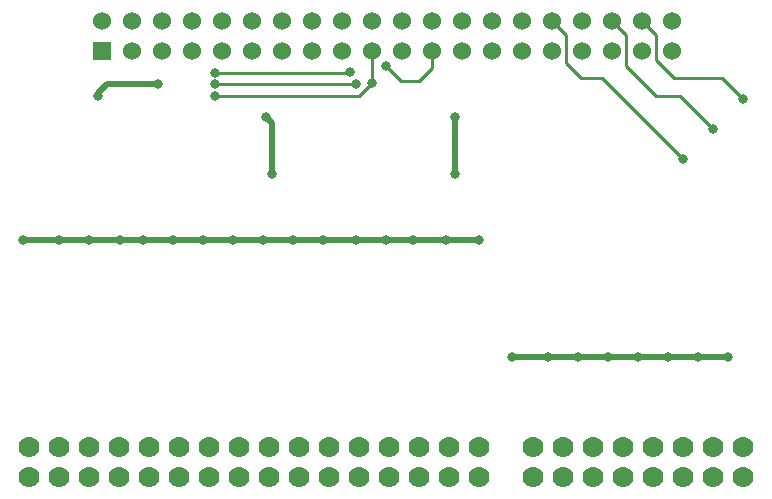
<source format=gbr>
%TF.GenerationSoftware,KiCad,Pcbnew,(5.1.12-1-10_14)*%
%TF.CreationDate,2021-12-12T23:14:55+01:00*%
%TF.ProjectId,Raspberry_modular,52617370-6265-4727-9279-5f6d6f64756c,rev?*%
%TF.SameCoordinates,Original*%
%TF.FileFunction,Copper,L2,Bot*%
%TF.FilePolarity,Positive*%
%FSLAX46Y46*%
G04 Gerber Fmt 4.6, Leading zero omitted, Abs format (unit mm)*
G04 Created by KiCad (PCBNEW (5.1.12-1-10_14)) date 2021-12-12 23:14:55*
%MOMM*%
%LPD*%
G01*
G04 APERTURE LIST*
%TA.AperFunction,ComponentPad*%
%ADD10C,1.778000*%
%TD*%
%TA.AperFunction,ComponentPad*%
%ADD11C,1.524000*%
%TD*%
%TA.AperFunction,ComponentPad*%
%ADD12R,1.524000X1.524000*%
%TD*%
%TA.AperFunction,ViaPad*%
%ADD13C,0.800000*%
%TD*%
%TA.AperFunction,Conductor*%
%ADD14C,0.500000*%
%TD*%
%TA.AperFunction,Conductor*%
%ADD15C,0.250000*%
%TD*%
G04 APERTURE END LIST*
D10*
%TO.P,U$5,10*%
%TO.N,GND*%
X50508000Y-66002000D03*
%TO.P,U$5,9*%
X47968000Y-66002000D03*
%TO.P,U$5,8*%
X45428000Y-66002000D03*
%TO.P,U$5,7*%
X42888000Y-66002000D03*
%TO.P,U$5,6*%
X40348000Y-66002000D03*
%TO.P,U$5,5*%
X37808000Y-66002000D03*
%TO.P,U$5,4*%
X35268000Y-66002000D03*
%TO.P,U$5,3*%
X32728000Y-66002000D03*
%TO.P,U$5,2*%
X30188000Y-66002000D03*
%TO.P,U$5,1*%
X27648000Y-66002000D03*
%TD*%
%TO.P,U$3,10*%
%TO.N,/RG9*%
X50508000Y-63462000D03*
%TO.P,U$3,9*%
%TO.N,/RG8*%
X47968000Y-63462000D03*
%TO.P,U$3,8*%
%TO.N,/RG7*%
X45428000Y-63462000D03*
%TO.P,U$3,7*%
%TO.N,/RG6*%
X42888000Y-63462000D03*
%TO.P,U$3,6*%
%TO.N,/RG5*%
X40348000Y-63462000D03*
%TO.P,U$3,5*%
%TO.N,/RG4*%
X37808000Y-63462000D03*
%TO.P,U$3,4*%
%TO.N,/RG3*%
X35268000Y-63462000D03*
%TO.P,U$3,3*%
%TO.N,/RG2*%
X32728000Y-63462000D03*
%TO.P,U$3,2*%
%TO.N,/RG1*%
X30188000Y-63462000D03*
%TO.P,U$3,1*%
%TO.N,/RG0*%
X27648000Y-63462000D03*
%TD*%
%TO.P,JP7,8*%
%TO.N,GND*%
X88100000Y-66002000D03*
%TO.P,JP7,7*%
X85560000Y-66002000D03*
%TO.P,JP7,6*%
X83020000Y-66002000D03*
%TO.P,JP7,5*%
X80480000Y-66002000D03*
%TO.P,JP7,4*%
X77940000Y-66002000D03*
%TO.P,JP7,3*%
X75400000Y-66002000D03*
%TO.P,JP7,2*%
X72860000Y-66002000D03*
%TO.P,JP7,1*%
X70320000Y-66002000D03*
%TD*%
%TO.P,JP5,8*%
%TO.N,/D8*%
X88100000Y-63462000D03*
%TO.P,JP5,7*%
%TO.N,/D7*%
X85560000Y-63462000D03*
%TO.P,JP5,6*%
%TO.N,/D6*%
X83020000Y-63462000D03*
%TO.P,JP5,5*%
%TO.N,/D5*%
X80480000Y-63462000D03*
%TO.P,JP5,4*%
%TO.N,/D4*%
X77940000Y-63462000D03*
%TO.P,JP5,3*%
%TO.N,/D3*%
X75400000Y-63462000D03*
%TO.P,JP5,2*%
%TO.N,/D2*%
X72860000Y-63462000D03*
%TO.P,JP5,1*%
%TO.N,/D1*%
X70320000Y-63462000D03*
%TD*%
%TO.P,JP3,6*%
%TO.N,GND*%
X65748000Y-66002000D03*
%TO.P,JP3,5*%
X63208000Y-66002000D03*
%TO.P,JP3,4*%
X60668000Y-66002000D03*
%TO.P,JP3,3*%
X58128000Y-66002000D03*
%TO.P,JP3,2*%
X55588000Y-66002000D03*
%TO.P,JP3,1*%
X53048000Y-66002000D03*
%TD*%
%TO.P,JP1,6*%
%TO.N,/RG15*%
X65748000Y-63462000D03*
%TO.P,JP1,5*%
%TO.N,/RG14*%
X63208000Y-63462000D03*
%TO.P,JP1,4*%
%TO.N,/RG13*%
X60668000Y-63462000D03*
%TO.P,JP1,3*%
%TO.N,/RG12*%
X58128000Y-63462000D03*
%TO.P,JP1,2*%
%TO.N,/RG11*%
X55588000Y-63462000D03*
%TO.P,JP1,1*%
%TO.N,/RG10*%
X53048000Y-63462000D03*
%TD*%
D11*
%TO.P,J1,40*%
%TO.N,N/C*%
X82086000Y-27432000D03*
%TO.P,J1,38*%
%TO.N,/D8*%
X79546000Y-27432000D03*
%TO.P,J1,36*%
%TO.N,/D7*%
X77006000Y-27432000D03*
%TO.P,J1,34*%
%TO.N,GND*%
X74466000Y-27432000D03*
%TO.P,J1,32*%
%TO.N,/D6*%
X71926000Y-27432000D03*
%TO.P,J1,30*%
%TO.N,GND*%
X69386000Y-27432000D03*
%TO.P,J1,39*%
X82086000Y-29972000D03*
%TO.P,J1,37*%
%TO.N,/D5*%
X79546000Y-29972000D03*
%TO.P,J1,35*%
%TO.N,/D4*%
X77006000Y-29972000D03*
%TO.P,J1,33*%
%TO.N,/D3*%
X74466000Y-29972000D03*
%TO.P,J1,31*%
%TO.N,/D2*%
X71926000Y-29972000D03*
%TO.P,J1,29*%
%TO.N,/D1*%
X69386000Y-29972000D03*
%TO.P,J1,28*%
%TO.N,N/C*%
X66846000Y-27432000D03*
%TO.P,J1,27*%
X66846000Y-29972000D03*
%TO.P,J1,26*%
%TO.N,/GPIO7*%
X64306000Y-27432000D03*
%TO.P,J1,24*%
%TO.N,/GPIO8*%
X61766000Y-27432000D03*
%TO.P,J1,22*%
%TO.N,N/C*%
X59226000Y-27432000D03*
%TO.P,J1,20*%
%TO.N,GND*%
X56686000Y-27432000D03*
%TO.P,J1,18*%
%TO.N,N/C*%
X54146000Y-27432000D03*
%TO.P,J1,16*%
X51606000Y-27432000D03*
%TO.P,J1,25*%
%TO.N,GND*%
X64306000Y-29972000D03*
%TO.P,J1,23*%
%TO.N,/GPIO11*%
X61766000Y-29972000D03*
%TO.P,J1,21*%
%TO.N,/GPIO9*%
X59226000Y-29972000D03*
%TO.P,J1,19*%
%TO.N,/GPIO10*%
X56686000Y-29972000D03*
%TO.P,J1,17*%
%TO.N,/3V3_REG*%
X54146000Y-29972000D03*
%TO.P,J1,15*%
%TO.N,N/C*%
X51606000Y-29972000D03*
%TO.P,J1,14*%
%TO.N,GND*%
X49066000Y-27432000D03*
%TO.P,J1,13*%
%TO.N,N/C*%
X49066000Y-29972000D03*
%TO.P,J1,12*%
X46526000Y-27432000D03*
%TO.P,J1,10*%
X43986000Y-27432000D03*
%TO.P,J1,8*%
X41446000Y-27432000D03*
%TO.P,J1,6*%
%TO.N,GND*%
X38906000Y-27432000D03*
%TO.P,J1,4*%
%TO.N,+5V*%
X36366000Y-27432000D03*
%TO.P,J1,2*%
X33826000Y-27432000D03*
%TO.P,J1,11*%
%TO.N,N/C*%
X46526000Y-29972000D03*
%TO.P,J1,9*%
%TO.N,GND*%
X43986000Y-29972000D03*
%TO.P,J1,7*%
%TO.N,N/C*%
X41446000Y-29972000D03*
%TO.P,J1,5*%
X38906000Y-29972000D03*
%TO.P,J1,3*%
X36366000Y-29972000D03*
D12*
%TO.P,J1,1*%
%TO.N,/3V3_REG*%
X33826000Y-29972000D03*
%TD*%
D13*
%TO.N,GND*%
X65748000Y-45936000D03*
X27140000Y-45936000D03*
X62954000Y-45936000D03*
X60160000Y-45936000D03*
X57874000Y-45936000D03*
X55334000Y-45936000D03*
X52540000Y-45936000D03*
X50000000Y-45936000D03*
X47460000Y-45936000D03*
X44920000Y-45936000D03*
X42380000Y-45936000D03*
X39840000Y-45936000D03*
X37300000Y-45936000D03*
X35327495Y-45995495D03*
X32728000Y-45936000D03*
X30188000Y-45936000D03*
X47714000Y-35522000D03*
X48222000Y-40348000D03*
X38570000Y-32728000D03*
X33490000Y-33744000D03*
X63716000Y-35522000D03*
X63716000Y-40348000D03*
%TO.N,/D8*%
X88100000Y-33998000D03*
%TO.N,/D7*%
X85560000Y-36538000D03*
%TO.N,/D6*%
X83020000Y-39078000D03*
%TO.N,/GPIO11*%
X43396000Y-31839194D03*
X54826000Y-31712000D03*
X57874000Y-31204000D03*
%TO.N,/GPIO9*%
X43396000Y-32791597D03*
X55334000Y-32728000D03*
%TO.N,/GPIO10*%
X43396000Y-33744000D03*
X56686000Y-32646000D03*
%TO.N,/3V3_REG*%
X68542000Y-55842000D03*
X86830000Y-55842000D03*
X71590000Y-55842000D03*
X74130000Y-55842000D03*
X76670000Y-55842000D03*
X79210000Y-55842000D03*
X81750000Y-55842000D03*
X84290000Y-55842000D03*
%TD*%
D14*
%TO.N,GND*%
X65748000Y-45936000D02*
X62954000Y-45936000D01*
X62954000Y-45936000D02*
X60160000Y-45936000D01*
X60160000Y-45936000D02*
X57874000Y-45936000D01*
X57874000Y-45936000D02*
X55334000Y-45936000D01*
X55334000Y-45936000D02*
X52540000Y-45936000D01*
X52540000Y-45936000D02*
X50000000Y-45936000D01*
X50000000Y-45936000D02*
X47460000Y-45936000D01*
X47460000Y-45936000D02*
X44920000Y-45936000D01*
X44920000Y-45936000D02*
X42380000Y-45936000D01*
X42380000Y-45936000D02*
X39840000Y-45936000D01*
X39840000Y-45936000D02*
X37300000Y-45936000D01*
X37300000Y-45936000D02*
X32728000Y-45936000D01*
X30188000Y-45936000D02*
X27140000Y-45936000D01*
X32728000Y-45936000D02*
X30188000Y-45936000D01*
X47714000Y-35522000D02*
X48222000Y-36030000D01*
X48222000Y-36030000D02*
X48222000Y-40348000D01*
X38570000Y-32728000D02*
X34252000Y-32728000D01*
X33490000Y-33490000D02*
X33490000Y-33744000D01*
X34252000Y-32728000D02*
X33490000Y-33490000D01*
X63716000Y-35522000D02*
X63716000Y-40348000D01*
D15*
%TO.N,/D8*%
X80734000Y-28620000D02*
X79546000Y-27432000D01*
X86322000Y-32220000D02*
X82258000Y-32220000D01*
X80734000Y-30696000D02*
X80734000Y-28620000D01*
X82258000Y-32220000D02*
X80734000Y-30696000D01*
X88100000Y-33998000D02*
X86322000Y-32220000D01*
%TO.N,/D7*%
X85560000Y-36538000D02*
X82766000Y-33744000D01*
X82766000Y-33744000D02*
X80734000Y-33744000D01*
X80734000Y-33744000D02*
X78194000Y-31204000D01*
X78194000Y-28620000D02*
X77006000Y-27432000D01*
X78194000Y-31204000D02*
X78194000Y-28620000D01*
%TO.N,/D6*%
X74384000Y-32220000D02*
X73114000Y-30950000D01*
X73114000Y-30950000D02*
X73114000Y-28620000D01*
X76162000Y-32220000D02*
X74384000Y-32220000D01*
X73114000Y-28620000D02*
X71926000Y-27432000D01*
X83020000Y-39078000D02*
X76162000Y-32220000D01*
%TO.N,/GPIO11*%
X43396000Y-31839194D02*
X54698806Y-31839194D01*
X57874000Y-31204000D02*
X59144000Y-32474000D01*
X59144000Y-32474000D02*
X60668000Y-32474000D01*
X61766000Y-31376000D02*
X61766000Y-29972000D01*
X60668000Y-32474000D02*
X61766000Y-31376000D01*
%TO.N,/GPIO9*%
X55270403Y-32791597D02*
X55334000Y-32728000D01*
X43396000Y-32791597D02*
X55270403Y-32791597D01*
%TO.N,/GPIO10*%
X43396000Y-33744000D02*
X55588000Y-33744000D01*
X56686000Y-32646000D02*
X55588000Y-33744000D01*
X56686000Y-29972000D02*
X56686000Y-32646000D01*
D14*
%TO.N,/3V3_REG*%
X68542000Y-55842000D02*
X71590000Y-55842000D01*
X71590000Y-55842000D02*
X74130000Y-55842000D01*
X74130000Y-55842000D02*
X76670000Y-55842000D01*
X76670000Y-55842000D02*
X79210000Y-55842000D01*
X79210000Y-55842000D02*
X81750000Y-55842000D01*
X84290000Y-55842000D02*
X86830000Y-55842000D01*
X81750000Y-55842000D02*
X84290000Y-55842000D01*
%TD*%
M02*

</source>
